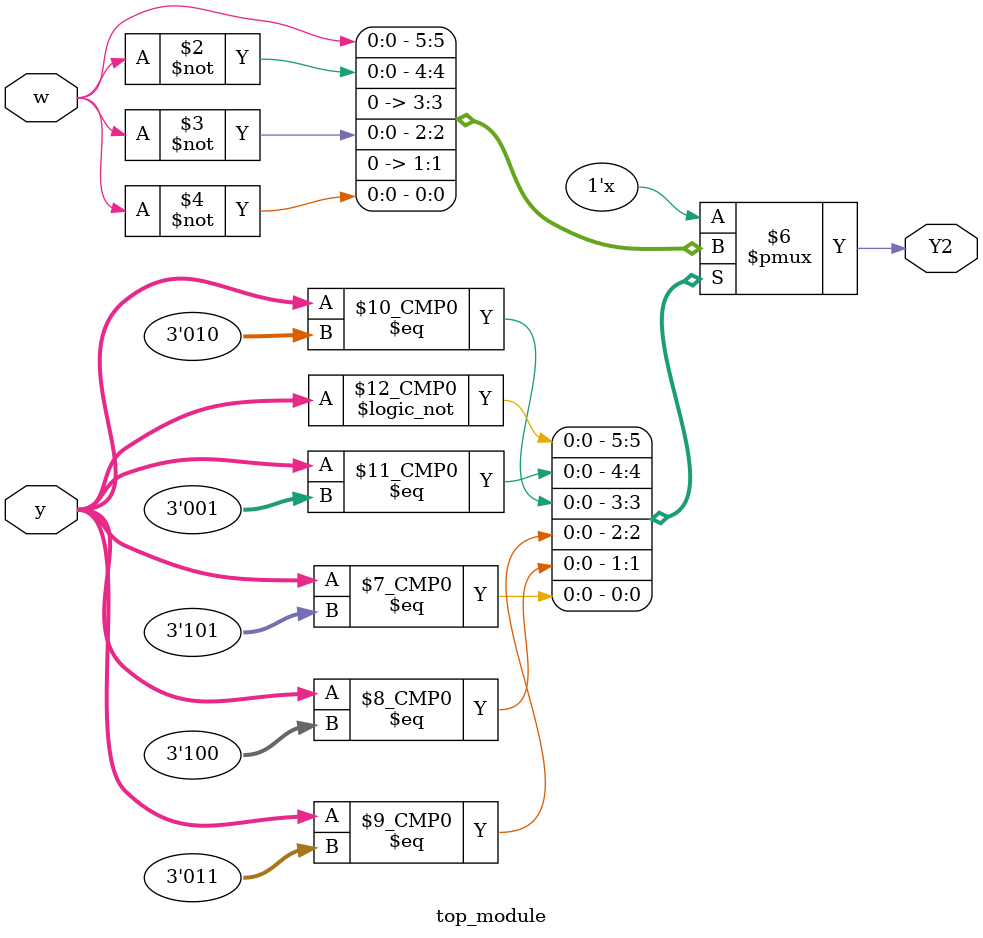
<source format=sv>
module top_module(
    input [3:1] y,
    input w,
    output reg Y2
);

always @(*) begin
    case (y)
        3'b000: Y2 = w;
        3'b001: Y2 = ~w;
        3'b010: Y2 = 1'b0;
        3'b011: Y2 = ~w;
        3'b100: Y2 = 1'b0;
        3'b101: Y2 = ~w;
        default: Y2 = 1'bx;
    endcase
end

endmodule

</source>
